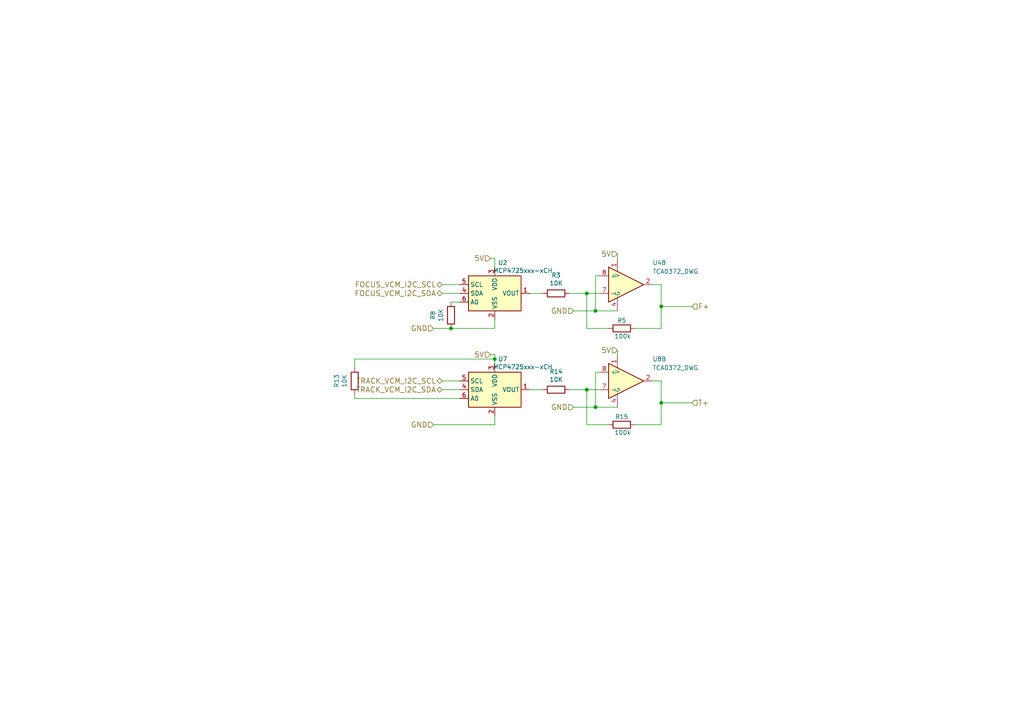
<source format=kicad_sch>
(kicad_sch (version 20231120) (generator "eeschema") (generator_version "8.0")
  (paper "A4")
  (lib_symbols
    (symbol "Analog_DAC:MCP4725xxx-xCH"
      (property "Reference" "U" (at -6.35 6.35 0))
      (property "Value" "MCP4725xxx-xCH" (at 8.89 6.35 0))
      (symbol "MCP4725xxx-xCH_0_1"
        (rectangle (start -7.62 5.08) (end 7.62 -5.08) (stroke (width 0.254)) (fill (type background)))
      )
      (symbol "MCP4725xxx-xCH_1_1"
        (pin output line (at 10.16 0 180) (length 2.54) (name "VOUT") (number "1"))
        (pin power_in line (at 0 -7.62 90) (length 2.54) (name "VSS") (number "2"))
        (pin power_in line (at 0 7.62 270) (length 2.54) (name "VDD") (number "3"))
        (pin bidirectional line (at -10.16 0 0) (length 2.54) (name "SDA") (number "4"))
        (pin input line (at -10.16 2.54 0) (length 2.54) (name "SCL") (number "5"))
        (pin input line (at -10.16 -2.54 0) (length 2.54) (name "A0") (number "6"))
      )
    )
    (symbol "DVDLaserScanner-rescue:R" (pin_numbers hide) (pin_names (offset 0))
      (property "Reference" "R" (at 2.032 0 90))
      (property "Value" "R" (at 0 0 90))
      (symbol "R_0_1"
        (rectangle (start -1.016 -2.54) (end 1.016 2.54) (stroke (width 0.254)))
      )
      (symbol "R_1_1"
        (pin passive line (at 0 3.81 270) (length 1.27) (name "~") (number "1"))
        (pin passive line (at 0 -3.81 90) (length 1.27) (name "~") (number "2"))
      )
    )
    (symbol "DVDLaserScanner-rescue:TCA0372_DWG"
      (property "Reference" "U" (at 2.54 6.35 0))
      (property "Value" "TCA0372_DWG" (at 1.27 3.81 0))
      (symbol "TCA0372_DWG_0_1"
        (polyline (pts (xy -5.08 5.08) (xy 5.08 0) (xy -5.08 -5.08) (xy -5.08 5.08)) (stroke (width 0.254)) (fill (type background)))
        (pin power_in line (at -2.54 7.62 270) (length 3.81) (name "V") (number "1"))
        (pin power_in line (at 5.08 -2.54 270) (length 3.81) hide (name "GND") (number "12"))
        (pin power_in line (at 7.62 -2.54 270) (length 3.81) hide (name "GND") (number "13"))
        (pin power_in line (at -2.54 -7.62 90) (length 3.81) (name "G") (number "4"))
        (pin power_in line (at 2.54 -2.54 270) (length 3.81) hide (name "GND") (number "5"))
      )
      (symbol "TCA0372_DWG_1_1"
        (pin input line (at -7.62 -2.54 0) (length 2.54) (name "-") (number "10"))
        (pin output line (at 7.62 0 180) (length 2.54) (name "~") (number "16"))
        (pin input line (at -7.62 2.54 0) (length 2.54) (name "+") (number "9"))
      )
      (symbol "TCA0372_DWG_2_1"
        (pin output line (at 7.62 0 180) (length 2.54) (name "~") (number "2"))
        (pin input line (at -7.62 -2.54 0) (length 2.54) (name "-") (number "7"))
        (pin input line (at -7.62 2.54 0) (length 2.54) (name "+") (number "8"))
      )
    )
  )
  (junction (at 191.77 116.84))
  (junction (at 170.18 113.03))
  (junction (at 170.18 85.09))
  (junction (at 143.51 104.14))
  (junction (at 191.77 88.9))
  (junction (at 172.72 118.11))
  (junction (at 130.81 95.25))
  (junction (at 172.72 90.17))
  (wire (pts (xy 143.51 95.25) (xy 130.81 95.25)))
  (wire (pts (xy 179.07 73.66) (xy 179.07 74.93)))
  (wire (pts (xy 130.81 87.63) (xy 133.35 87.63)))
  (wire (pts (xy 130.81 95.25) (xy 125.73 95.25)))
  (wire (pts (xy 166.37 90.17) (xy 172.72 90.17)))
  (wire (pts (xy 170.18 85.09) (xy 173.99 85.09)))
  (wire (pts (xy 172.72 107.95) (xy 173.99 107.95)))
  (wire (pts (xy 102.87 106.68) (xy 102.87 104.14)))
  (wire (pts (xy 142.24 102.87) (xy 143.51 102.87)))
  (wire (pts (xy 172.72 118.11) (xy 179.07 118.11)))
  (wire (pts (xy 165.1 85.09) (xy 170.18 85.09)))
  (wire (pts (xy 172.72 80.01) (xy 173.99 80.01)))
  (wire (pts (xy 191.77 116.84) (xy 191.77 123.19)))
  (wire (pts (xy 170.18 123.19) (xy 176.53 123.19)))
  (wire (pts (xy 191.77 82.55) (xy 191.77 88.9)))
  (wire (pts (xy 125.73 123.19) (xy 143.51 123.19)))
  (wire (pts (xy 153.67 113.03) (xy 157.48 113.03)))
  (wire (pts (xy 179.07 101.6) (xy 179.07 102.87)))
  (wire (pts (xy 172.72 90.17) (xy 179.07 90.17)))
  (wire (pts (xy 189.23 110.49) (xy 191.77 110.49)))
  (wire (pts (xy 189.23 82.55) (xy 191.77 82.55)))
  (wire (pts (xy 172.72 80.01) (xy 172.72 90.17)))
  (wire (pts (xy 102.87 104.14) (xy 143.51 104.14)))
  (wire (pts (xy 102.87 115.57) (xy 133.35 115.57)))
  (wire (pts (xy 143.51 95.25) (xy 143.51 92.71)))
  (wire (pts (xy 170.18 85.09) (xy 170.18 95.25)))
  (wire (pts (xy 143.51 123.19) (xy 143.51 120.65)))
  (wire (pts (xy 142.24 74.93) (xy 143.51 74.93)))
  (wire (pts (xy 191.77 123.19) (xy 184.15 123.19)))
  (wire (pts (xy 170.18 113.03) (xy 170.18 123.19)))
  (wire (pts (xy 102.87 115.57) (xy 102.87 114.3)))
  (wire (pts (xy 128.27 85.09) (xy 133.35 85.09)))
  (wire (pts (xy 191.77 88.9) (xy 191.77 95.25)))
  (wire (pts (xy 128.27 113.03) (xy 133.35 113.03)))
  (wire (pts (xy 200.66 88.9) (xy 191.77 88.9)))
  (wire (pts (xy 170.18 113.03) (xy 173.99 113.03)))
  (wire (pts (xy 166.37 118.11) (xy 172.72 118.11)))
  (wire (pts (xy 143.51 104.14) (xy 143.51 105.41)))
  (wire (pts (xy 143.51 74.93) (xy 143.51 77.47)))
  (wire (pts (xy 143.51 102.87) (xy 143.51 104.14)))
  (wire (pts (xy 200.66 116.84) (xy 191.77 116.84)))
  (wire (pts (xy 191.77 110.49) (xy 191.77 116.84)))
  (wire (pts (xy 153.67 85.09) (xy 157.48 85.09)))
  (wire (pts (xy 191.77 95.25) (xy 184.15 95.25)))
  (wire (pts (xy 172.72 107.95) (xy 172.72 118.11)))
  (wire (pts (xy 128.27 110.49) (xy 133.35 110.49)))
  (wire (pts (xy 165.1 113.03) (xy 170.18 113.03)))
  (wire (pts (xy 128.27 82.55) (xy 133.35 82.55)))
  (wire (pts (xy 170.18 95.25) (xy 176.53 95.25)))
  (hierarchical_label "F+" (shape input) (at 200.66 88.9 0) (effects (font (size 1.524 1.524))))
  (hierarchical_label "TRACK_VCM_I2C_SCL" (shape bidirectional) (at 128.27 110.49 180) (effects (font (size 1.524 1.524))))
  (hierarchical_label "5V" (shape input) (at 179.07 73.66 180) (effects (font (size 1.524 1.524))))
  (hierarchical_label "5V" (shape input) (at 142.24 74.93 180) (effects (font (size 1.524 1.524))))
  (hierarchical_label "GND" (shape input) (at 125.73 95.25 180) (effects (font (size 1.524 1.524))))
  (hierarchical_label "GND" (shape input) (at 166.37 118.11 180) (effects (font (size 1.524 1.524))))
  (hierarchical_label "5V" (shape input) (at 142.24 102.87 180) (effects (font (size 1.524 1.524))))
  (hierarchical_label "TRACK_VCM_I2C_SDA" (shape bidirectional) (at 128.27 113.03 180) (effects (font (size 1.524 1.524))))
  (hierarchical_label "FOCUS_VCM_I2C_SCL" (shape bidirectional) (at 128.27 82.55 180) (effects (font (size 1.524 1.524))))
  (hierarchical_label "5V" (shape input) (at 179.07 101.6 180) (effects (font (size 1.524 1.524))))
  (hierarchical_label "GND" (shape input) (at 125.73 123.19 180) (effects (font (size 1.524 1.524))))
  (hierarchical_label "T+" (shape input) (at 200.66 116.84 0) (effects (font (size 1.524 1.524))))
  (hierarchical_label "GND" (shape input) (at 166.37 90.17 180) (effects (font (size 1.524 1.524))))
  (hierarchical_label "FOCUS_VCM_I2C_SDA" (shape bidirectional) (at 128.27 85.09 180) (effects (font (size 1.524 1.524))))
  (symbol (lib_id "DVDLaserScanner-rescue:R") (at 130.81 91.44 0) (unit 1)
    (property "Reference" "R8" (at 125.5522 91.44 90))
    (property "Value" "10K" (at 127.8636 91.44 90))
    (property "Footprint" "GaudiLabsFootPrints:0805G" (effects (hide yes)))
  )
  (symbol (lib_id "Analog_DAC:MCP4725xxx-xCH") (at 143.51 113.03 0) (unit 1)
    (property "Reference" "U7" (at 145.796 104.14 0))
    (property "Value" "MCP4725xxx-xCH" (at 151.638 106.426 0))
    (property "Footprint" "Package_TO_SOT_SMD:SOT-23-6" (effects (hide yes)))
    (property "Datasheet" "http://ww1.microchip.com/downloads/en/DeviceDoc/22039d.pdf" (effects (hide yes)))
    (property "Description" "12-bit Digital-to-Analog Converter, integrated EEPROM, I2C interface, SOT-23-6" (effects (hide yes)))
  )
  (symbol (lib_id "DVDLaserScanner-rescue:R") (at 161.29 113.03 270) (unit 1)
    (property "Reference" "R14" (at 161.29 107.7722 90))
    (property "Value" "10K" (at 161.29 110.0836 90))
    (property "Footprint" "GaudiLabsFootPrints:0805G" (effects (hide yes)))
  )
  (symbol (lib_id "Analog_DAC:MCP4725xxx-xCH") (at 143.51 85.09 0) (unit 1)
    (property "Reference" "U2" (at 145.796 76.2 0))
    (property "Value" "MCP4725xxx-xCH" (at 151.638 78.486 0))
    (property "Footprint" "Package_TO_SOT_SMD:SOT-23-6" (effects (hide yes)))
    (property "Datasheet" "http://ww1.microchip.com/downloads/en/DeviceDoc/22039d.pdf" (effects (hide yes)))
    (property "Description" "12-bit Digital-to-Analog Converter, integrated EEPROM, I2C interface, SOT-23-6" (effects (hide yes)))
  )
  (symbol (lib_id "DVDLaserScanner-rescue:R") (at 180.34 123.19 270) (unit 1)
    (property "Reference" "R15" (at 180.34 120.904 90))
    (property "Value" "100k" (at 180.594 125.476 90))
    (property "Footprint" "GaudiLabsFootPrints:0805G" (effects (hide yes)))
  )
  (symbol (lib_id "DVDLaserScanner-rescue:TCA0372_DWG") (at 181.61 82.55 0) (unit 2)
    (property "Reference" "U4" (at 189.23 76.2 0) (effects (justify left)))
    (property "Value" "TCA0372_DWG" (at 189.23 78.74 0) (effects (justify left)))
    (property "Footprint" "GaudiLabsFootPrints:SO-16-W" (effects (hide yes)))
  )
  (symbol (lib_id "DVDLaserScanner-rescue:R") (at 102.87 110.49 0) (unit 1)
    (property "Reference" "R13" (at 97.6122 110.49 90))
    (property "Value" "10K" (at 99.9236 110.49 90))
    (property "Footprint" "GaudiLabsFootPrints:0805G" (effects (hide yes)))
  )
  (symbol (lib_id "DVDLaserScanner-rescue:TCA0372_DWG") (at 181.61 110.49 0) (unit 2)
    (property "Reference" "U8" (at 189.23 104.14 0) (effects (justify left)))
    (property "Value" "TCA0372_DWG" (at 189.23 106.68 0) (effects (justify left)))
    (property "Footprint" "GaudiLabsFootPrints:SO-16-W" (effects (hide yes)))
  )
  (symbol (lib_id "DVDLaserScanner-rescue:R") (at 180.34 95.25 270) (unit 1)
    (property "Reference" "R5" (at 180.34 92.964 90))
    (property "Value" "100k" (at 180.594 97.536 90))
    (property "Footprint" "GaudiLabsFootPrints:0805G" (effects (hide yes)))
  )
  (symbol (lib_id "DVDLaserScanner-rescue:R") (at 161.29 85.09 270) (unit 1)
    (property "Reference" "R3" (at 161.29 79.8322 90))
    (property "Value" "10K" (at 161.29 82.1436 90))
    (property "Footprint" "GaudiLabsFootPrints:0805G" (effects (hide yes)))
  )
)
</source>
